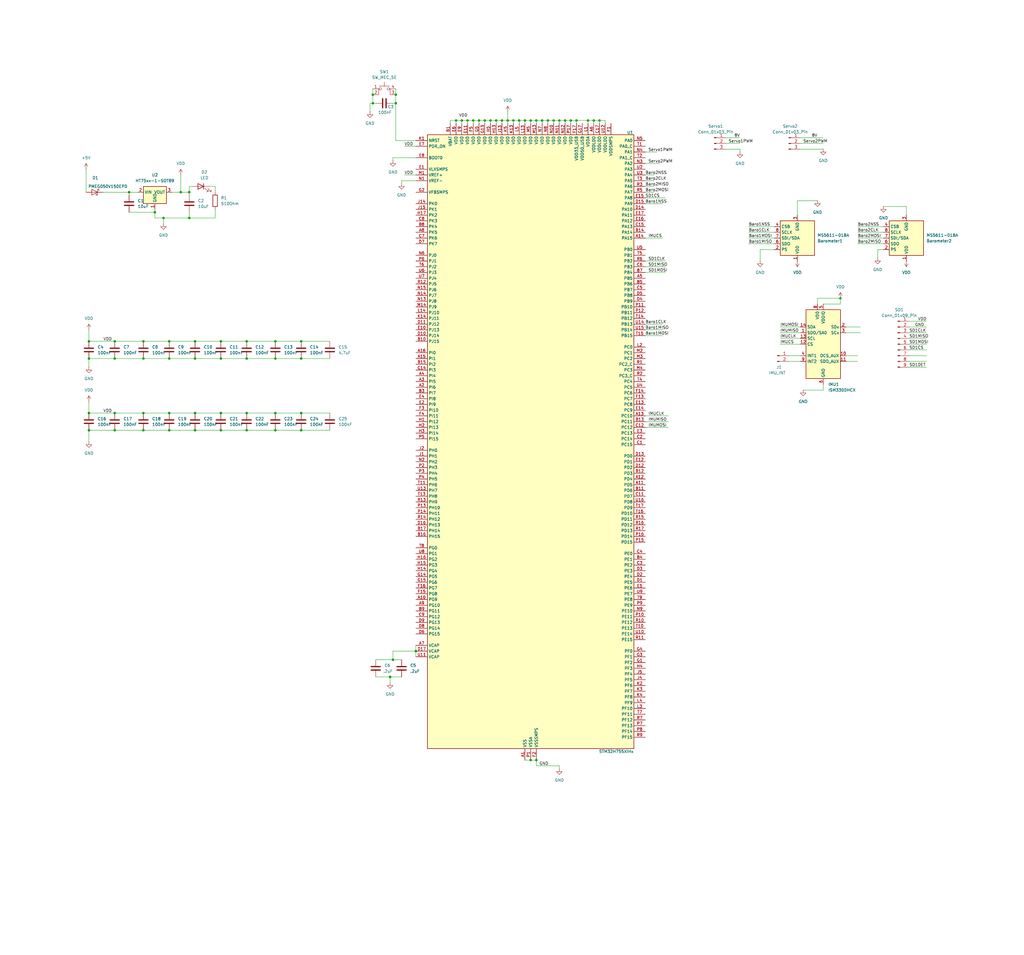
<source format=kicad_sch>
(kicad_sch (version 20231120) (generator "eeschema") (generator_version "8.0")
  (paper "User" 453.39 422.91)
  (lib_symbols
    (symbol "Connector:Conn_01x02_Pin" (pin_names (offset 1.016) hide)
      (property "Reference" "J" (at 0 2.54 0))
      (property "Value" "Conn_01x02_Pin" (at 0 -5.08 0))
      (symbol "Conn_01x02_Pin_1_1"
        (pin passive line (at 5.08 0 180) (length 3.81) (name "Pin_1") (number "1"))
        (pin passive line (at 5.08 -2.54 180) (length 3.81) (name "Pin_2") (number "2"))
      )
    )
    (symbol "Connector:Conn_01x03_Pin" (pin_names (offset 1.016) hide)
      (property "Reference" "J" (at 0 5.08 0))
      (property "Value" "Conn_01x03_Pin" (at 0 -5.08 0))
      (symbol "Conn_01x03_Pin_1_1"
        (pin passive line (at 5.08 2.54 180) (length 3.81) (name "Pin_1") (number "1"))
        (pin passive line (at 5.08 0 180) (length 3.81) (name "Pin_2") (number "2"))
        (pin passive line (at 5.08 -2.54 180) (length 3.81) (name "Pin_3") (number "3"))
      )
    )
    (symbol "Connector:Conn_01x09_Pin" (pin_names (offset 1.016) hide)
      (property "Reference" "J" (at 0 12.7 0))
      (property "Value" "Conn_01x09_Pin" (at 0 -12.7 0))
      (symbol "Conn_01x09_Pin_1_1"
        (pin passive line (at 5.08 10.16 180) (length 3.81) (name "Pin_1") (number "1"))
        (pin passive line (at 5.08 7.62 180) (length 3.81) (name "Pin_2") (number "2"))
        (pin passive line (at 5.08 5.08 180) (length 3.81) (name "Pin_3") (number "3"))
        (pin passive line (at 5.08 2.54 180) (length 3.81) (name "Pin_4") (number "4"))
        (pin passive line (at 5.08 0 180) (length 3.81) (name "Pin_5") (number "5"))
        (pin passive line (at 5.08 -2.54 180) (length 3.81) (name "Pin_6") (number "6"))
        (pin passive line (at 5.08 -5.08 180) (length 3.81) (name "Pin_7") (number "7"))
        (pin passive line (at 5.08 -7.62 180) (length 3.81) (name "Pin_8") (number "8"))
        (pin passive line (at 5.08 -10.16 180) (length 3.81) (name "Pin_9") (number "9"))
      )
    )
    (symbol "Device:C" (pin_numbers hide) (pin_names (offset 0.254))
      (property "Reference" "C" (at 0.635 2.54 0))
      (property "Value" "C" (at 0.635 -2.54 0))
      (symbol "C_1_1"
        (pin passive line (at 0 3.81 270) (length 2.794) (name "~") (number "1"))
        (pin passive line (at 0 -3.81 90) (length 2.794) (name "~") (number "2"))
      )
    )
    (symbol "Device:LED" (pin_numbers hide) (pin_names (offset 1.016) hide)
      (property "Reference" "D" (at 0 2.54 0))
      (property "Value" "LED" (at 0 -2.54 0))
      (symbol "LED_1_1"
        (pin passive line (at -3.81 0 0) (length 2.54) (name "K") (number "1"))
        (pin passive line (at 3.81 0 180) (length 2.54) (name "A") (number "2"))
      )
    )
    (symbol "Device:R" (pin_numbers hide) (pin_names (offset 0))
      (property "Reference" "R" (at 2.032 0 90))
      (property "Value" "R" (at 0 0 90))
      (symbol "R_1_1"
        (pin passive line (at 0 3.81 270) (length 1.27) (name "~") (number "1"))
        (pin passive line (at 0 -3.81 90) (length 1.27) (name "~") (number "2"))
      )
    )
    (symbol "Diode:PMEG050V150EPD" (pin_numbers hide) (pin_names hide)
      (property "Reference" "D" (at 0 2.54 0))
      (property "Value" "PMEG050V150EPD" (at 0 -2.54 0))
      (symbol "PMEG050V150EPD_1_1"
        (pin passive line (at 3.81 0 180) (length 2.54) (name "A") (number "1"))
        (pin passive line (at 3.81 0 180) (length 2.54) hide (name "A") (number "2"))
        (pin passive line (at -3.81 0 0) (length 2.54) (name "K") (number "3"))
      )
    )
    (symbol "MCU_ST_STM32H7:STM32H755XIHx"
      (property "Reference" "U" (at -45.72 138.43 0))
      (property "Value" "STM32H755XIHx" (at 38.1 138.43 0))
      (symbol "STM32H755XIHx_1_1"
        (pin power_in line (at -2.54 -139.7 90) (length 5.08) (name "VSS") (number "A1"))
        (pin bidirectional line (at -50.8 -68.58 0) (length 5.08) (name "PG9") (number "A10"))
        (pin bidirectional line (at 50.8 -17.78 180) (length 5.08) (name "PD5") (number "A11"))
        (pin bidirectional line (at 50.8 -15.24 180) (length 5.08) (name "PD4") (number "A12"))
        (pin bidirectional line (at 50.8 12.7 180) (length 5.08) (name "PC10") (number "A13"))
        (pin bidirectional line (at 50.8 91.44 180) (length 5.08) (name "PA15") (number "A14"))
        (pin bidirectional line (at -50.8 38.1 0) (length 5.08) (name "PI1") (number "A15"))
        (pin bidirectional line (at -50.8 40.64 0) (length 5.08) (name "PI0") (number "A16"))
        (pin passive line (at -2.54 -139.7 90) (length 5.08) hide (name "VSS") (number "A17"))
        (pin bidirectional line (at -50.8 25.4 0) (length 5.08) (name "PI6") (number "A2"))
        (pin bidirectional line (at -50.8 27.94 0) (length 5.08) (name "PI5") (number "A3"))
        (pin bidirectional line (at -50.8 30.48 0) (length 5.08) (name "PI4") (number "A4"))
        (pin bidirectional line (at 50.8 73.66 180) (length 5.08) (name "PB5") (number "A5"))
        (pin power_in line (at 27.94 142.24 270) (length 5.08) (name "VDDLDO") (number "A6"))
        (pin power_out line (at -50.8 -88.9 0) (length 5.08) (name "VCAP") (number "A7"))
        (pin bidirectional line (at -50.8 93.98 0) (length 5.08) (name "PK5") (number "A8"))
        (pin bidirectional line (at -50.8 -71.12 0) (length 5.08) (name "PG10") (number "A9"))
        (pin power_in line (at -35.56 142.24 270) (length 5.08) (name "VBAT") (number "B1"))
        (pin bidirectional line (at -50.8 45.72 0) (length 5.08) (name "PJ15") (number "B10"))
        (pin bidirectional line (at 50.8 -20.32 180) (length 5.08) (name "PD6") (number "B11"))
        (pin bidirectional line (at 50.8 -12.7 180) (length 5.08) (name "PD3") (number "B12"))
        (pin bidirectional line (at 50.8 10.16 180) (length 5.08) (name "PC11") (number "B13"))
        (pin bidirectional line (at 50.8 93.98 180) (length 5.08) (name "PA14") (number "B14"))
        (pin bidirectional line (at -50.8 35.56 0) (length 5.08) (name "PI2") (number "B15"))
        (pin bidirectional line (at -50.8 -40.64 0) (length 5.08) (name "PH15") (number "B16"))
        (pin bidirectional line (at -50.8 -38.1 0) (length 5.08) (name "PH14") (number "B17"))
        (pin passive line (at -2.54 -139.7 90) (length 5.08) hide (name "VSS") (number "B2"))
        (pin bidirectional line (at -50.8 22.86 0) (length 5.08) (name "PI7") (number "B3"))
        (pin bidirectional line (at 50.8 -50.8 180) (length 5.08) (name "PE1") (number "B4"))
        (pin bidirectional line (at 50.8 71.12 180) (length 5.08) (name "PB6") (number "B5"))
        (pin passive line (at -2.54 -139.7 90) (length 5.08) hide (name "VSS") (number "B6"))
        (pin bidirectional line (at 50.8 76.2 180) (length 5.08) (name "PB4") (number "B7"))
        (pin bidirectional line (at -50.8 96.52 0) (length 5.08) (name "PK4") (number "B8"))
        (pin bidirectional line (at -50.8 -73.66 0) (length 5.08) (name "PG11") (number "B9"))
        (pin bidirectional line (at 50.8 0 180) (length 5.08) (name "PC15") (number "C1"))
        (pin passive line (at -2.54 -139.7 90) (length 5.08) hide (name "VSS") (number "C10"))
        (pin bidirectional line (at 50.8 -22.86 180) (length 5.08) (name "PD7") (number "C11"))
        (pin bidirectional line (at 50.8 7.62 180) (length 5.08) (name "PC12") (number "C12"))
        (pin passive line (at -2.54 -139.7 90) (length 5.08) hide (name "VSS") (number "C13"))
        (pin bidirectional line (at -50.8 33.02 0) (length 5.08) (name "PI3") (number "C14"))
        (pin bidirectional line (at 50.8 96.52 180) (length 5.08) (name "PA13") (number "C15"))
        (pin passive line (at -2.54 -139.7 90) (length 5.08) hide (name "VSS") (number "C16"))
        (pin power_in line (at 30.48 142.24 270) (length 5.08) (name "VDDLDO") (number "C17"))
        (pin bidirectional line (at 50.8 2.54 180) (length 5.08) (name "PC14") (number "C2"))
        (pin bidirectional line (at 50.8 -53.34 180) (length 5.08) (name "PE2") (number "C3"))
        (pin bidirectional line (at 50.8 -48.26 180) (length 5.08) (name "PE0") (number "C4"))
        (pin bidirectional line (at 50.8 68.58 180) (length 5.08) (name "PB7") (number "C5"))
        (pin bidirectional line (at 50.8 78.74 180) (length 5.08) (name "PB3") (number "C6"))
        (pin bidirectional line (at -50.8 91.44 0) (length 5.08) (name "PK6") (number "C7"))
        (pin bidirectional line (at -50.8 99.06 0) (length 5.08) (name "PK3") (number "C8"))
        (pin bidirectional line (at -50.8 -76.2 0) (length 5.08) (name "PG12") (number "C9"))
        (pin bidirectional line (at 50.8 -60.96 180) (length 5.08) (name "PE5") (number "D1"))
        (pin bidirectional line (at -50.8 48.26 0) (length 5.08) (name "PJ14") (number "D10"))
        (pin bidirectional line (at -50.8 53.34 0) (length 5.08) (name "PJ12") (number "D11"))
        (pin bidirectional line (at 50.8 -10.16 180) (length 5.08) (name "PD2") (number "D12"))
        (pin bidirectional line (at 50.8 -5.08 180) (length 5.08) (name "PD0") (number "D13"))
        (pin bidirectional line (at 50.8 104.14 180) (length 5.08) (name "PA10") (number "D14"))
        (pin bidirectional line (at 50.8 106.68 180) (length 5.08) (name "PA9") (number "D15"))
        (pin bidirectional line (at -50.8 -35.56 0) (length 5.08) (name "PH13") (number "D16"))
        (pin power_out line (at -50.8 -91.44 0) (length 5.08) (name "VCAP") (number "D17"))
        (pin bidirectional line (at 50.8 -58.42 180) (length 5.08) (name "PE4") (number "D2"))
        (pin bidirectional line (at 50.8 -55.88 180) (length 5.08) (name "PE3") (number "D3"))
        (pin bidirectional line (at 50.8 63.5 180) (length 5.08) (name "PB9") (number "D4"))
        (pin bidirectional line (at 50.8 66.04 180) (length 5.08) (name "PB8") (number "D5"))
        (pin bidirectional line (at -50.8 -83.82 0) (length 5.08) (name "PG15") (number "D6"))
        (pin bidirectional line (at -50.8 88.9 0) (length 5.08) (name "PK7") (number "D7"))
        (pin bidirectional line (at -50.8 -81.28 0) (length 5.08) (name "PG14") (number "D8"))
        (pin bidirectional line (at -50.8 -78.74 0) (length 5.08) (name "PG13") (number "D9"))
        (pin power_in line (at -50.8 121.92 0) (length 5.08) (name "VLXSMPS") (number "E1"))
        (pin bidirectional line (at -50.8 50.8 0) (length 5.08) (name "PJ13") (number "E10"))
        (pin power_in line (at -27.94 142.24 270) (length 5.08) (name "VDD") (number "E11"))
        (pin bidirectional line (at 50.8 -7.62 180) (length 5.08) (name "PD1") (number "E12"))
        (pin bidirectional line (at 50.8 17.78 180) (length 5.08) (name "PC8") (number "E13"))
        (pin bidirectional line (at 50.8 15.24 180) (length 5.08) (name "PC9") (number "E14"))
        (pin bidirectional line (at 50.8 109.22 180) (length 5.08) (name "PA8") (number "E15"))
        (pin bidirectional line (at 50.8 99.06 180) (length 5.08) (name "PA12") (number "E16"))
        (pin bidirectional line (at 50.8 101.6 180) (length 5.08) (name "PA11") (number "E17"))
        (pin bidirectional line (at -50.8 17.78 0) (length 5.08) (name "PI9") (number "E2"))
        (pin bidirectional line (at 50.8 5.08 180) (length 5.08) (name "PC13") (number "E3"))
        (pin bidirectional line (at -50.8 20.32 0) (length 5.08) (name "PI8") (number "E4"))
        (pin bidirectional line (at 50.8 -63.5 180) (length 5.08) (name "PE6") (number "E5"))
        (pin power_in line (at -33.02 142.24 270) (length 5.08) (name "VDD") (number "E6"))
        (pin input line (at -50.8 132.08 0) (length 5.08) (name "PDR_ON") (number "E7"))
        (pin input line (at -50.8 127 0) (length 5.08) (name "BOOT0") (number "E8"))
        (pin power_in line (at -30.48 142.24 270) (length 5.08) (name "VDD") (number "E9"))
        (pin power_in line (at 35.56 142.24 270) (length 5.08) (name "VDDSMPS") (number "F1"))
        (pin bidirectional line (at 50.8 20.32 180) (length 5.08) (name "PC7") (number "F13"))
        (pin bidirectional line (at 50.8 22.86 180) (length 5.08) (name "PC6") (number "F14"))
        (pin bidirectional line (at -50.8 -66.04 0) (length 5.08) (name "PG8") (number "F15"))
        (pin bidirectional line (at -50.8 -63.5 0) (length 5.08) (name "PG7") (number "F16"))
        (pin power_in line (at 20.32 142.24 270) (length 5.08) (name "VDD33_USB") (number "F17"))
        (pin power_in line (at 2.54 -139.7 90) (length 5.08) (name "VSSSMPS") (number "F2"))
        (pin bidirectional line (at -50.8 15.24 0) (length 5.08) (name "PI10") (number "F3"))
        (pin bidirectional line (at -50.8 12.7 0) (length 5.08) (name "PI11") (number "F4"))
        (pin power_in line (at -25.4 142.24 270) (length 5.08) (name "VDD") (number "F5"))
        (pin bidirectional line (at 50.8 -96.52 180) (length 5.08) (name "PF2") (number "G1"))
        (pin passive line (at -2.54 -139.7 90) (length 5.08) hide (name "VSS") (number "G10"))
        (pin passive line (at -2.54 -139.7 90) (length 5.08) hide (name "VSS") (number "G11"))
        (pin power_in line (at -20.32 142.24 270) (length 5.08) (name "VDD") (number "G13"))
        (pin bidirectional line (at -50.8 -58.42 0) (length 5.08) (name "PG5") (number "G14"))
        (pin bidirectional line (at -50.8 -60.96 0) (length 5.08) (name "PG6") (number "G15"))
        (pin passive line (at -2.54 -139.7 90) (length 5.08) hide (name "VSS") (number "G16"))
        (pin power_in line (at 22.86 142.24 270) (length 5.08) (name "VDD50_USB") (number "G17"))
        (pin input line (at -50.8 111.76 0) (length 5.08) (name "VFBSMPS") (number "G2"))
        (pin bidirectional line (at 50.8 -93.98 180) (length 5.08) (name "PF1") (number "G3"))
        (pin bidirectional line (at 50.8 -91.44 180) (length 5.08) (name "PF0") (number "G4"))
        (pin power_in line (at -22.86 142.24 270) (length 5.08) (name "VDD") (number "G5"))
        (pin passive line (at -2.54 -139.7 90) (length 5.08) hide (name "VSS") (number "G7"))
        (pin passive line (at -2.54 -139.7 90) (length 5.08) hide (name "VSS") (number "G8"))
        (pin passive line (at -2.54 -139.7 90) (length 5.08) hide (name "VSS") (number "G9"))
        (pin bidirectional line (at -50.8 10.16 0) (length 5.08) (name "PI12") (number "H1"))
        (pin passive line (at -2.54 -139.7 90) (length 5.08) hide (name "VSS") (number "H10"))
        (pin passive line (at -2.54 -139.7 90) (length 5.08) hide (name "VSS") (number "H11"))
        (pin power_in line (at -15.24 142.24 270) (length 5.08) (name "VDD") (number "H13"))
        (pin bidirectional line (at -50.8 -55.88 0) (length 5.08) (name "PG4") (number "H14"))
        (pin bidirectional line (at -50.8 -53.34 0) (length 5.08) (name "PG3") (number "H15"))
        (pin bidirectional line (at -50.8 -50.8 0) (length 5.08) (name "PG2") (number "H16"))
        (pin bidirectional line (at -50.8 101.6 0) (length 5.08) (name "PK2") (number "H17"))
        (pin bidirectional line (at -50.8 7.62 0) (length 5.08) (name "PI13") (number "H2"))
        (pin bidirectional line (at -50.8 5.08 0) (length 5.08) (name "PI14") (number "H3"))
        (pin bidirectional line (at 50.8 -99.06 180) (length 5.08) (name "PF3") (number "H4"))
        (pin power_in line (at -17.78 142.24 270) (length 5.08) (name "VDD") (number "H5"))
        (pin passive line (at -2.54 -139.7 90) (length 5.08) hide (name "VSS") (number "H7"))
        (pin passive line (at -2.54 -139.7 90) (length 5.08) hide (name "VSS") (number "H8"))
        (pin passive line (at -2.54 -139.7 90) (length 5.08) hide (name "VSS") (number "H9"))
        (pin bidirectional line (at -50.8 -5.08 0) (length 5.08) (name "PH1") (number "J1"))
        (pin passive line (at -2.54 -139.7 90) (length 5.08) hide (name "VSS") (number "J10"))
        (pin passive line (at -2.54 -139.7 90) (length 5.08) hide (name "VSS") (number "J11"))
        (pin power_in line (at -12.7 142.24 270) (length 5.08) (name "VDD") (number "J13"))
        (pin bidirectional line (at -50.8 106.68 0) (length 5.08) (name "PK0") (number "J14"))
        (pin bidirectional line (at -50.8 104.14 0) (length 5.08) (name "PK1") (number "J15"))
        (pin passive line (at -2.54 -139.7 90) (length 5.08) hide (name "VSS") (number "J16"))
        (pin passive line (at -2.54 -139.7 90) (length 5.08) hide (name "VSS") (number "J17"))
        (pin bidirectional line (at -50.8 -2.54 0) (length 5.08) (name "PH0") (number "J2"))
        (pin passive line (at -2.54 -139.7 90) (length 5.08) hide (name "VSS") (number "J3"))
        (pin bidirectional line (at 50.8 -104.14 180) (length 5.08) (name "PF5") (number "J4"))
        (pin bidirectional line (at 50.8 -101.6 180) (length 5.08) (name "PF4") (number "J5"))
        (pin passive line (at -2.54 -139.7 90) (length 5.08) hide (name "VSS") (number "J7"))
        (pin passive line (at -2.54 -139.7 90) (length 5.08) hide (name "VSS") (number "J8"))
        (pin passive line (at -2.54 -139.7 90) (length 5.08) hide (name "VSS") (number "J9"))
        (pin input line (at -50.8 134.62 0) (length 5.08) (name "NRST") (number "K1"))
        (pin passive line (at -2.54 -139.7 90) (length 5.08) hide (name "VSS") (number "K10"))
        (pin passive line (at -2.54 -139.7 90) (length 5.08) hide (name "VSS") (number "K11"))
        (pin power_in line (at -7.62 142.24 270) (length 5.08) (name "VDD") (number "K13"))
        (pin bidirectional line (at -50.8 55.88 0) (length 5.08) (name "PJ11") (number "K14"))
        (pin passive line (at -2.54 -139.7 90) (length 5.08) hide (name "VSS") (number "K15"))
        (pin no_connect line (at -45.72 -134.62 0) (length 5.08) hide (name "NC") (number "K16"))
        (pin no_connect line (at -45.72 -132.08 0) (length 5.08) hide (name "NC") (number "K17"))
        (pin bidirectional line (at 50.8 -106.68 180) (length 5.08) (name "PF6") (number "K2"))
        (pin bidirectional line (at 50.8 -109.22 180) (length 5.08) (name "PF7") (number "K3"))
        (pin bidirectional line (at 50.8 -111.76 180) (length 5.08) (name "PF8") (number "K4"))
        (pin power_in line (at -10.16 142.24 270) (length 5.08) (name "VDD") (number "K5"))
        (pin passive line (at -2.54 -139.7 90) (length 5.08) hide (name "VSS") (number "K7"))
        (pin passive line (at -2.54 -139.7 90) (length 5.08) hide (name "VSS") (number "K8"))
        (pin passive line (at -2.54 -139.7 90) (length 5.08) hide (name "VSS") (number "K9"))
        (pin power_in line (at 25.4 142.24 270) (length 5.08) (name "VDDA") (number "L1"))
        (pin passive line (at -2.54 -139.7 90) (length 5.08) hide (name "VSS") (number "L10"))
        (pin passive line (at -2.54 -139.7 90) (length 5.08) hide (name "VSS") (number "L11"))
        (pin power_in line (at -2.54 142.24 270) (length 5.08) (name "VDD") (number "L13"))
        (pin bidirectional line (at -50.8 58.42 0) (length 5.08) (name "PJ10") (number "L14"))
        (pin passive line (at -2.54 -139.7 90) (length 5.08) hide (name "VSS") (number "L15"))
        (pin no_connect line (at -45.72 -129.54 0) (length 5.08) hide (name "NC") (number "L16"))
        (pin no_connect line (at -45.72 -127 0) (length 5.08) hide (name "NC") (number "L17"))
        (pin bidirectional line (at 50.8 43.18 180) (length 5.08) (name "PC0") (number "L2"))
        (pin bidirectional line (at 50.8 -116.84 180) (length 5.08) (name "PF10") (number "L3"))
        (pin bidirectional line (at 50.8 -114.3 180) (length 5.08) (name "PF9") (number "L4"))
        (pin power_in line (at -5.08 142.24 270) (length 5.08) (name "VDD") (number "L5"))
        (pin passive line (at -2.54 -139.7 90) (length 5.08) hide (name "VSS") (number "L7"))
        (pin passive line (at -2.54 -139.7 90) (length 5.08) hide (name "VSS") (number "L8"))
        (pin passive line (at -2.54 -139.7 90) (length 5.08) hide (name "VSS") (number "L9"))
        (pin input line (at -50.8 119.38 0) (length 5.08) (name "VREF+") (number "M1"))
        (pin power_in line (at 2.54 142.24 270) (length 5.08) (name "VDD") (number "M13"))
        (pin bidirectional line (at -50.8 60.96 0) (length 5.08) (name "PJ9") (number "M14"))
        (pin passive line (at -2.54 -139.7 90) (length 5.08) hide (name "VSS") (number "M15"))
        (pin no_connect line (at -45.72 -124.46 0) (length 5.08) hide (name "NC") (number "M16"))
        (pin no_connect line (at -45.72 -121.92 0) (length 5.08) hide (name "NC") (number "M17"))
        (pin bidirectional line (at 50.8 40.64 180) (length 5.08) (name "PC1") (number "M2"))
        (pin bidirectional line (at 50.8 38.1 180) (length 5.08) (name "PC2") (number "M3"))
        (pin bidirectional line (at 50.8 33.02 180) (length 5.08) (name "PC3") (number "M4"))
        (pin power_in line (at 0 142.24 270) (length 5.08) (name "VDD") (number "M5"))
        (pin input line (at -50.8 116.84 0) (length 5.08) (name "VREF-") (number "N1"))
        (pin power_in line (at 10.16 142.24 270) (length 5.08) (name "VDD") (number "N10"))
        (pin power_in line (at 12.7 142.24 270) (length 5.08) (name "VDD") (number "N11"))
        (pin power_in line (at 15.24 142.24 270) (length 5.08) (name "VDD") (number "N12"))
        (pin bidirectional line (at -50.8 63.5 0) (length 5.08) (name "PJ8") (number "N13"))
        (pin bidirectional line (at -50.8 66.04 0) (length 5.08) (name "PJ7") (number "N14"))
        (pin bidirectional line (at -50.8 68.58 0) (length 5.08) (name "PJ6") (number "N15"))
        (pin passive line (at -2.54 -139.7 90) (length 5.08) hide (name "VSS") (number "N16"))
        (pin no_connect line (at -45.72 -119.38 0) (length 5.08) hide (name "NC") (number "N17"))
        (pin bidirectional line (at -50.8 -7.62 0) (length 5.08) (name "PH2") (number "N2"))
        (pin bidirectional line (at 50.8 124.46 180) (length 5.08) (name "PA2") (number "N3"))
        (pin bidirectional line (at 50.8 129.54 180) (length 5.08) (name "PA1") (number "N4"))
        (pin bidirectional line (at 50.8 134.62 180) (length 5.08) (name "PA0") (number "N5"))
        (pin bidirectional line (at -50.8 83.82 0) (length 5.08) (name "PJ0") (number "N6"))
        (pin power_in line (at 5.08 142.24 270) (length 5.08) (name "VDD") (number "N7"))
        (pin power_in line (at 7.62 142.24 270) (length 5.08) (name "VDD") (number "N8"))
        (pin bidirectional line (at 50.8 -73.66 180) (length 5.08) (name "PE10") (number "N9"))
        (pin power_in line (at 0 -139.7 90) (length 5.08) (name "VSSA") (number "P1"))
        (pin bidirectional line (at 50.8 -76.2 180) (length 5.08) (name "PE11") (number "P10"))
        (pin bidirectional line (at 50.8 60.96 180) (length 5.08) (name "PB10") (number "P11"))
        (pin bidirectional line (at 50.8 58.42 180) (length 5.08) (name "PB11") (number "P12"))
        (pin bidirectional line (at -50.8 -27.94 0) (length 5.08) (name "PH10") (number "P13"))
        (pin bidirectional line (at -50.8 -30.48 0) (length 5.08) (name "PH11") (number "P14"))
        (pin bidirectional line (at 50.8 -43.18 180) (length 5.08) (name "PD15") (number "P15"))
        (pin bidirectional line (at 50.8 -40.64 180) (length 5.08) (name "PD14") (number "P16"))
        (pin power_in line (at 17.78 142.24 270) (length 5.08) (name "VDD") (number "P17"))
        (pin bidirectional line (at -50.8 -10.16 0) (length 5.08) (name "PH3") (number "P2"))
        (pin bidirectional line (at -50.8 -12.7 0) (length 5.08) (name "PH4") (number "P3"))
        (pin bidirectional line (at -50.8 -15.24 0) (length 5.08) (name "PH5") (number "P4"))
        (pin bidirectional line (at -50.8 2.54 0) (length 5.08) (name "PI15") (number "P5"))
        (pin bidirectional line (at -50.8 81.28 0) (length 5.08) (name "PJ1") (number "P6"))
        (pin bidirectional line (at 50.8 -124.46 180) (length 5.08) (name "PF13") (number "P7"))
        (pin bidirectional line (at 50.8 -127 180) (length 5.08) (name "PF14") (number "P8"))
        (pin bidirectional line (at 50.8 -71.12 180) (length 5.08) (name "PE9") (number "P9"))
        (pin bidirectional line (at 50.8 35.56 180) (length 5.08) (name "PC2_C") (number "R1"))
        (pin bidirectional line (at 50.8 -78.74 180) (length 5.08) (name "PE12") (number "R10"))
        (pin bidirectional line (at 50.8 -86.36 180) (length 5.08) (name "PE15") (number "R11"))
        (pin bidirectional line (at -50.8 71.12 0) (length 5.08) (name "PJ5") (number "R12"))
        (pin bidirectional line (at -50.8 -25.4 0) (length 5.08) (name "PH9") (number "R13"))
        (pin bidirectional line (at -50.8 -33.02 0) (length 5.08) (name "PH12") (number "R14"))
        (pin bidirectional line (at 50.8 -33.02 180) (length 5.08) (name "PD11") (number "R15"))
        (pin bidirectional line (at 50.8 -35.56 180) (length 5.08) (name "PD12") (number "R16"))
        (pin bidirectional line (at 50.8 -38.1 180) (length 5.08) (name "PD13") (number "R17"))
        (pin bidirectional line (at 50.8 30.48 180) (length 5.08) (name "PC3_C") (number "R2"))
        (pin bidirectional line (at 50.8 114.3 180) (length 5.08) (name "PA6") (number "R3"))
        (pin passive line (at -2.54 -139.7 90) (length 5.08) hide (name "VSS") (number "R4"))
        (pin bidirectional line (at 50.8 111.76 180) (length 5.08) (name "PA7") (number "R5"))
        (pin bidirectional line (at 50.8 81.28 180) (length 5.08) (name "PB2") (number "R6"))
        (pin bidirectional line (at 50.8 -121.92 180) (length 5.08) (name "PF12") (number "R7"))
        (pin passive line (at -2.54 -139.7 90) (length 5.08) hide (name "VSS") (number "R8"))
        (pin bidirectional line (at 50.8 -129.54 180) (length 5.08) (name "PF15") (number "R9"))
        (pin bidirectional line (at 50.8 132.08 180) (length 5.08) (name "PA0_C") (number "T1"))
        (pin bidirectional line (at 50.8 -81.28 180) (length 5.08) (name "PE13") (number "T10"))
        (pin bidirectional line (at -50.8 -17.78 0) (length 5.08) (name "PH6") (number "T11"))
        (pin passive line (at -2.54 -139.7 90) (length 5.08) hide (name "VSS") (number "T12"))
        (pin bidirectional line (at -50.8 -22.86 0) (length 5.08) (name "PH8") (number "T13"))
        (pin bidirectional line (at 50.8 55.88 180) (length 5.08) (name "PB12") (number "T14"))
        (pin bidirectional line (at 50.8 48.26 180) (length 5.08) (name "PB15") (number "T15"))
        (pin bidirectional line (at 50.8 -30.48 180) (length 5.08) (name "PD10") (number "T16"))
        (pin bidirectional line (at 50.8 -27.94 180) (length 5.08) (name "PD9") (number "T17"))
        (pin bidirectional line (at 50.8 127 180) (length 5.08) (name "PA1_C") (number "T2"))
        (pin bidirectional line (at 50.8 116.84 180) (length 5.08) (name "PA5") (number "T3"))
        (pin bidirectional line (at 50.8 27.94 180) (length 5.08) (name "PC4") (number "T4"))
        (pin bidirectional line (at 50.8 83.82 180) (length 5.08) (name "PB1") (number "T5"))
        (pin bidirectional line (at -50.8 78.74 0) (length 5.08) (name "PJ2") (number "T6"))
        (pin bidirectional line (at 50.8 -119.38 180) (length 5.08) (name "PF11") (number "T7"))
        (pin bidirectional line (at -50.8 -45.72 0) (length 5.08) (name "PG0") (number "T8"))
        (pin bidirectional line (at 50.8 -68.58 180) (length 5.08) (name "PE8") (number "T9"))
        (pin passive line (at -2.54 -139.7 90) (length 5.08) hide (name "VSS") (number "U1"))
        (pin bidirectional line (at 50.8 -83.82 180) (length 5.08) (name "PE14") (number "U10"))
        (pin power_out line (at -50.8 -93.98 0) (length 5.08) (name "VCAP") (number "U11"))
        (pin power_in line (at 33.02 142.24 270) (length 5.08) (name "VDDLDO") (number "U12"))
        (pin bidirectional line (at -50.8 -20.32 0) (length 5.08) (name "PH7") (number "U13"))
        (pin bidirectional line (at 50.8 53.34 180) (length 5.08) (name "PB13") (number "U14"))
        (pin bidirectional line (at 50.8 50.8 180) (length 5.08) (name "PB14") (number "U15"))
        (pin bidirectional line (at 50.8 -25.4 180) (length 5.08) (name "PD8") (number "U16"))
        (pin passive line (at -2.54 -139.7 90) (length 5.08) hide (name "VSS") (number "U17"))
        (pin bidirectional line (at 50.8 121.92 180) (length 5.08) (name "PA3") (number "U2"))
        (pin bidirectional line (at 50.8 119.38 180) (length 5.08) (name "PA4") (number "U3"))
        (pin bidirectional line (at 50.8 25.4 180) (length 5.08) (name "PC5") (number "U4"))
        (pin bidirectional line (at 50.8 86.36 180) (length 5.08) (name "PB0") (number "U5"))
        (pin bidirectional line (at -50.8 76.2 0) (length 5.08) (name "PJ3") (number "U6"))
        (pin bidirectional line (at -50.8 73.66 0) (length 5.08) (name "PJ4") (number "U7"))
        (pin bidirectional line (at -50.8 -48.26 0) (length 5.08) (name "PG1") (number "U8"))
        (pin bidirectional line (at 50.8 -66.04 180) (length 5.08) (name "PE7") (number "U9"))
      )
    )
    (symbol "Regulator_Linear:HT75xx-1-SOT89"
      (property "Reference" "U" (at -5.08 -3.81 0))
      (property "Value" "HT75xx-1-SOT89" (at 0 6.35 0))
      (symbol "HT75xx-1-SOT89_1_1"
        (pin power_in line (at 0 -5.08 90) (length 2.54) (name "GND") (number "1"))
        (pin power_in line (at -7.62 2.54 0) (length 2.54) (name "VIN") (number "2"))
        (pin power_out line (at 7.62 2.54 180) (length 2.54) (name "VOUT") (number "3"))
      )
    )
    (symbol "Sensor_Motion:ISM330DHCX"
      (property "Reference" "U" (at 5.842 -16.51 0))
      (property "Value" "ISM330DHCX" (at 5.842 -18.542 0))
      (symbol "ISM330DHCX_1_1"
        (pin output line (at -10.16 5.08 0) (length 2.54) (name "SDO/SA0") (number "1"))
        (pin passive line (at 10.16 -5.08 180) (length 2.54) (name "OCS_AUX") (number "10"))
        (pin passive line (at 10.16 -7.62 180) (length 2.54) (name "SDO_AUX") (number "11"))
        (pin input line (at -10.16 0 0) (length 2.54) (name "CS") (number "12"))
        (pin input line (at -10.16 2.54 0) (length 2.54) (name "SCL") (number "13"))
        (pin bidirectional line (at -10.16 7.62 0) (length 2.54) (name "SDA") (number "14"))
        (pin bidirectional line (at 10.16 7.62 180) (length 2.54) (name "SDx") (number "2"))
        (pin input line (at 10.16 5.08 180) (length 2.54) (name "SCx") (number "3"))
        (pin output line (at -10.16 -5.08 0) (length 2.54) (name "INT1") (number "4"))
        (pin power_in line (at 0 17.78 270) (length 2.54) (name "VDDIO") (number "5"))
        (pin power_in line (at 0 -17.78 90) (length 2.54) (name "GND") (number "6"))
        (pin passive line (at 0 -17.78 90) (length 2.54) hide (name "GND") (number "7"))
        (pin power_in line (at -2.54 17.78 270) (length 2.54) (name "VDD") (number "8"))
        (pin output line (at -10.16 -7.62 0) (length 2.54) (name "INT2") (number "9"))
      )
    )
    (symbol "Sensor_Pressure:MS5611-01BA"
      (property "Reference" "U" (at -6.35 8.89 0))
      (property "Value" "MS5611-01BA" (at 7.62 8.89 0))
      (symbol "MS5611-01BA_1_1"
        (pin power_in line (at 0 10.16 270) (length 2.54) (name "VDD") (number "1"))
        (pin input line (at -10.16 5.08 0) (length 2.54) (name "PS") (number "2"))
        (pin power_in line (at 0 -10.16 90) (length 2.54) (name "GND") (number "3"))
        (pin input line (at -10.16 -5.08 0) (length 2.54) (name "CSB") (number "4"))
        (pin input line (at -10.16 -5.08 0) (length 2.54) hide (name "CSB") (number "5"))
        (pin output line (at -10.16 2.54 0) (length 2.54) (name "SDO") (number "6"))
        (pin bidirectional line (at -10.16 0 0) (length 2.54) (name "SDI/SDA") (number "7"))
        (pin input line (at -10.16 -2.54 0) (length 2.54) (name "SCLK") (number "8"))
      )
    )
    (symbol "Switch:SW_MEC_5E" (pin_names (offset 1.016) hide)
      (property "Reference" "SW" (at 0.635 5.715 0))
      (property "Value" "SW_MEC_5E" (at 0 -3.175 0))
      (symbol "SW_MEC_5E_0_1"
        (pin passive line (at -5.08 2.54 0) (length 2.54) (name "1") (number "1"))
        (pin passive line (at -5.08 0 0) (length 2.54) (name "2") (number "2"))
        (pin passive line (at 5.08 0 180) (length 2.54) (name "K") (number "3"))
        (pin passive line (at 5.08 2.54 180) (length 2.54) (name "A") (number "4"))
      )
    )
    (symbol "power:+3.3V" (power) (pin_numbers hide) (pin_names (offset 0) hide)
      (property "Value" "+3.3V" (at 0 3.556 0))
      (symbol "+3.3V_1_1"
        (pin power_in line (at 0 0 90) (length 0) (name "~") (number "1"))
      )
    )
    (symbol "power:+5V" (power) (pin_numbers hide) (pin_names (offset 0) hide)
      (property "Value" "+5V" (at 0 3.556 0))
      (symbol "+5V_1_1"
        (pin power_in line (at 0 0 90) (length 0) (name "~") (number "1"))
      )
    )
    (symbol "power:GND" (power) (pin_numbers hide) (pin_names (offset 0) hide)
      (property "Value" "GND" (at 0 -3.81 0))
      (symbol "GND_1_1"
        (pin power_in line (at 0 0 270) (length 0) (name "~") (number "1"))
      )
    )
    (symbol "power:VCC" (power) (pin_numbers hide) (pin_names (offset 0) hide)
      (property "Value" "VCC" (at 0 3.556 0))
      (symbol "VCC_1_1"
        (pin power_in line (at 0 0 90) (length 0) (name "~") (number "1"))
      )
    )
  )
  (junction (at 63.5 182.88))
  (junction (at 227.33 53.34))
  (junction (at 234.95 53.34))
  (junction (at 201.93 53.34))
  (junction (at 247.65 53.34))
  (junction (at 165.1 45.72))
  (junction (at 86.36 190.5))
  (junction (at 121.92 151.13))
  (junction (at 250.19 53.34))
  (junction (at 237.49 336.55))
  (junction (at 50.8 182.88))
  (junction (at 121.92 182.88))
  (junction (at 97.79 158.75))
  (junction (at 209.55 53.34))
  (junction (at 212.09 53.34))
  (junction (at 86.36 182.88))
  (junction (at 173.99 292.1))
  (junction (at 74.93 151.13))
  (junction (at 83.82 85.09))
  (junction (at 245.11 53.34))
  (junction (at 240.03 53.34))
  (junction (at 97.79 151.13))
  (junction (at 39.37 158.75))
  (junction (at 237.49 53.34))
  (junction (at 63.5 151.13))
  (junction (at 184.15 288.29))
  (junction (at 133.35 182.88))
  (junction (at 39.37 182.88))
  (junction (at 260.35 53.34))
  (junction (at 175.26 45.72))
  (junction (at 204.47 53.34))
  (junction (at 262.89 53.34))
  (junction (at 165.1 41.91))
  (junction (at 97.79 190.5))
  (junction (at 133.35 158.75))
  (junction (at 242.57 53.34))
  (junction (at 252.73 53.34))
  (junction (at 72.39 96.52))
  (junction (at 214.63 53.34))
  (junction (at 63.5 158.75))
  (junction (at 50.8 190.5))
  (junction (at 207.01 53.34))
  (junction (at 121.92 158.75))
  (junction (at 109.22 182.88))
  (junction (at 74.93 158.75))
  (junction (at 97.79 182.88))
  (junction (at 86.36 151.13))
  (junction (at 175.26 41.91))
  (junction (at 109.22 158.75))
  (junction (at 234.95 336.55))
  (junction (at 219.71 53.34))
  (junction (at 39.37 151.13))
  (junction (at 372.11 132.08))
  (junction (at 172.72 299.72))
  (junction (at 83.82 96.52))
  (junction (at 224.79 53.34))
  (junction (at 217.17 53.34))
  (junction (at 74.93 190.5))
  (junction (at 68.58 93.98))
  (junction (at 63.5 190.5))
  (junction (at 57.15 85.09))
  (junction (at 222.25 53.34))
  (junction (at 265.43 53.34))
  (junction (at 229.87 53.34))
  (junction (at 50.8 151.13))
  (junction (at 232.41 53.34))
  (junction (at 121.92 190.5))
  (junction (at 86.36 158.75))
  (junction (at 80.01 85.09))
  (junction (at 255.27 53.34))
  (junction (at 109.22 190.5))
  (junction (at 109.22 151.13))
  (junction (at 74.93 182.88))
  (junction (at 50.8 158.75))
  (junction (at 39.37 190.5))
  (junction (at 133.35 151.13))
  (junction (at 133.35 190.5))
  (wire (pts (xy 38.1 74.93) (xy 38.1 85.09)))
  (wire (pts (xy 83.82 93.98) (xy 83.82 96.52)))
  (wire (pts (xy 86.36 151.13) (xy 97.79 151.13)))
  (wire (pts (xy 97.79 190.5) (xy 109.22 190.5)))
  (wire (pts (xy 402.59 160.02) (xy 410.21 160.02)))
  (wire (pts (xy 245.11 53.34) (xy 242.57 53.34)))
  (wire (pts (xy 219.71 53.34) (xy 219.71 54.61)))
  (wire (pts (xy 372.11 132.08) (xy 372.11 134.62)))
  (wire (pts (xy 331.47 102.87) (xy 342.9 102.87)))
  (wire (pts (xy 80.01 85.09) (xy 76.2 85.09)))
  (wire (pts (xy 217.17 53.34) (xy 219.71 53.34)))
  (wire (pts (xy 402.59 147.32) (xy 410.21 147.32)))
  (wire (pts (xy 353.06 95.25) (xy 353.06 88.9)))
  (wire (pts (xy 247.65 53.34) (xy 247.65 54.61)))
  (wire (pts (xy 402.59 149.86) (xy 410.21 149.86)))
  (wire (pts (xy 173.99 69.85) (xy 173.99 71.12)))
  (wire (pts (xy 212.09 53.34) (xy 209.55 53.34)))
  (wire (pts (xy 133.35 158.75) (xy 146.05 158.75)))
  (wire (pts (xy 204.47 53.34) (xy 204.47 54.61)))
  (wire (pts (xy 240.03 53.34) (xy 240.03 54.61)))
  (wire (pts (xy 74.93 151.13) (xy 86.36 151.13)))
  (wire (pts (xy 260.35 53.34) (xy 255.27 53.34)))
  (wire (pts (xy 285.75 120.65) (xy 294.64 120.65)))
  (wire (pts (xy 353.06 88.9) (xy 361.95 88.9)))
  (wire (pts (xy 175.26 62.23) (xy 184.15 62.23)))
  (wire (pts (xy 252.73 53.34) (xy 252.73 54.61)))
  (wire (pts (xy 163.83 49.53) (xy 163.83 45.72)))
  (wire (pts (xy 267.97 54.61) (xy 267.97 53.34)))
  (wire (pts (xy 364.49 172.72) (xy 355.6 172.72)))
  (wire (pts (xy 285.75 186.69) (xy 295.91 186.69)))
  (wire (pts (xy 262.89 53.34) (xy 265.43 53.34)))
  (wire (pts (xy 285.75 87.63) (xy 294.64 87.63)))
  (wire (pts (xy 175.26 39.37) (xy 175.26 41.91)))
  (wire (pts (xy 97.79 158.75) (xy 109.22 158.75)))
  (wire (pts (xy 121.92 151.13) (xy 133.35 151.13)))
  (wire (pts (xy 237.49 53.34) (xy 240.03 53.34)))
  (wire (pts (xy 247.65 339.09) (xy 237.49 339.09)))
  (wire (pts (xy 285.75 143.51) (xy 293.37 143.51)))
  (wire (pts (xy 401.32 95.25) (xy 401.32 91.44)))
  (wire (pts (xy 250.19 53.34) (xy 247.65 53.34)))
  (wire (pts (xy 86.36 190.5) (xy 97.79 190.5)))
  (wire (pts (xy 83.82 85.09) (xy 80.01 85.09)))
  (wire (pts (xy 234.95 53.34) (xy 237.49 53.34)))
  (wire (pts (xy 121.92 190.5) (xy 133.35 190.5)))
  (wire (pts (xy 402.59 142.24) (xy 410.21 142.24)))
  (wire (pts (xy 402.59 154.94) (xy 410.21 154.94)))
  (wire (pts (xy 217.17 53.34) (xy 217.17 54.61)))
  (wire (pts (xy 374.65 144.78) (xy 381 144.78)))
  (wire (pts (xy 402.59 162.56) (xy 410.21 162.56)))
  (wire (pts (xy 250.19 53.34) (xy 250.19 54.61)))
  (wire (pts (xy 354.33 66.04) (xy 364.49 66.04)))
  (wire (pts (xy 285.75 118.11) (xy 294.64 118.11)))
  (wire (pts (xy 229.87 53.34) (xy 229.87 54.61)))
  (wire (pts (xy 349.25 160.02) (xy 354.33 160.02)))
  (wire (pts (xy 175.26 41.91) (xy 175.26 45.72)))
  (wire (pts (xy 173.99 288.29) (xy 173.99 292.1)))
  (wire (pts (xy 109.22 190.5) (xy 121.92 190.5)))
  (wire (pts (xy 232.41 336.55) (xy 234.95 336.55)))
  (wire (pts (xy 227.33 53.34) (xy 229.87 53.34)))
  (wire (pts (xy 345.44 144.78) (xy 354.33 144.78)))
  (wire (pts (xy 285.75 146.05) (xy 293.37 146.05)))
  (wire (pts (xy 285.75 189.23) (xy 295.91 189.23)))
  (wire (pts (xy 232.41 53.34) (xy 232.41 54.61)))
  (wire (pts (xy 133.35 151.13) (xy 146.05 151.13)))
  (wire (pts (xy 184.15 288.29) (xy 173.99 288.29)))
  (wire (pts (xy 321.31 63.5) (xy 327.66 63.5)))
  (wire (pts (xy 63.5 158.75) (xy 74.93 158.75)))
  (wire (pts (xy 237.49 53.34) (xy 237.49 54.61)))
  (wire (pts (xy 39.37 151.13) (xy 50.8 151.13)))
  (wire (pts (xy 179.07 77.47) (xy 184.15 77.47)))
  (wire (pts (xy 97.79 182.88) (xy 109.22 182.88)))
  (wire (pts (xy 262.89 54.61) (xy 262.89 53.34)))
  (wire (pts (xy 95.25 82.55) (xy 95.25 85.09)))
  (wire (pts (xy 74.93 190.5) (xy 86.36 190.5)))
  (wire (pts (xy 57.15 85.09) (xy 57.15 86.36)))
  (wire (pts (xy 222.25 53.34) (xy 224.79 53.34)))
  (wire (pts (xy 285.75 115.57) (xy 294.64 115.57)))
  (wire (pts (xy 50.8 158.75) (xy 63.5 158.75)))
  (wire (pts (xy 63.5 190.5) (xy 74.93 190.5)))
  (wire (pts (xy 379.73 107.95) (xy 391.16 107.95)))
  (wire (pts (xy 74.93 182.88) (xy 86.36 182.88)))
  (wire (pts (xy 349.25 157.48) (xy 354.33 157.48)))
  (wire (pts (xy 50.8 151.13) (xy 63.5 151.13)))
  (wire (pts (xy 327.66 67.31) (xy 327.66 66.04)))
  (wire (pts (xy 267.97 53.34) (xy 265.43 53.34)))
  (wire (pts (xy 83.82 86.36) (xy 83.82 85.09)))
  (wire (pts (xy 201.93 53.34) (xy 199.39 53.34)))
  (wire (pts (xy 184.15 285.75) (xy 184.15 288.29)))
  (wire (pts (xy 285.75 85.09) (xy 289.56 85.09)))
  (wire (pts (xy 364.49 134.62) (xy 372.11 134.62)))
  (wire (pts (xy 201.93 53.34) (xy 201.93 54.61)))
  (wire (pts (xy 219.71 53.34) (xy 222.25 53.34)))
  (wire (pts (xy 68.58 93.98) (xy 68.58 96.52)))
  (wire (pts (xy 234.95 53.34) (xy 234.95 54.61)))
  (wire (pts (xy 39.37 158.75) (xy 50.8 158.75)))
  (wire (pts (xy 285.75 80.01) (xy 289.56 80.01)))
  (wire (pts (xy 245.11 53.34) (xy 245.11 54.61)))
  (wire (pts (xy 345.44 152.4) (xy 354.33 152.4)))
  (wire (pts (xy 68.58 93.98) (xy 57.15 93.98)))
  (wire (pts (xy 285.75 90.17) (xy 293.37 90.17)))
  (wire (pts (xy 109.22 182.88) (xy 121.92 182.88)))
  (wire (pts (xy 237.49 339.09) (xy 237.49 336.55)))
  (wire (pts (xy 72.39 96.52) (xy 68.58 96.52)))
  (wire (pts (xy 39.37 158.75) (xy 39.37 162.56)))
  (wire (pts (xy 68.58 92.71) (xy 68.58 93.98)))
  (wire (pts (xy 166.37 45.72) (xy 165.1 45.72)))
  (wire (pts (xy 262.89 53.34) (xy 260.35 53.34)))
  (wire (pts (xy 361.95 132.08) (xy 372.11 132.08)))
  (wire (pts (xy 255.27 53.34) (xy 255.27 54.61)))
  (wire (pts (xy 265.43 54.61) (xy 265.43 53.34)))
  (wire (pts (xy 172.72 299.72) (xy 172.72 302.26)))
  (wire (pts (xy 165.1 39.37) (xy 165.1 41.91)))
  (wire (pts (xy 361.95 134.62) (xy 361.95 132.08)))
  (wire (pts (xy 39.37 190.5) (xy 39.37 195.58)))
  (wire (pts (xy 204.47 53.34) (xy 207.01 53.34)))
  (wire (pts (xy 214.63 53.34) (xy 212.09 53.34)))
  (wire (pts (xy 83.82 82.55) (xy 83.82 85.09)))
  (wire (pts (xy 402.59 157.48) (xy 410.21 157.48)))
  (wire (pts (xy 345.44 149.86) (xy 354.33 149.86)))
  (wire (pts (xy 285.75 105.41) (xy 293.37 105.41)))
  (wire (pts (xy 227.33 53.34) (xy 227.33 54.61)))
  (wire (pts (xy 179.07 64.77) (xy 184.15 64.77)))
  (wire (pts (xy 97.79 151.13) (xy 109.22 151.13)))
  (wire (pts (xy 285.75 148.59) (xy 293.37 148.59)))
  (wire (pts (xy 85.09 82.55) (xy 83.82 82.55)))
  (wire (pts (xy 184.15 80.01) (xy 177.8 80.01)))
  (wire (pts (xy 121.92 182.88) (xy 133.35 182.88)))
  (wire (pts (xy 175.26 45.72) (xy 173.99 45.72)))
  (wire (pts (xy 50.8 182.88) (xy 63.5 182.88)))
  (wire (pts (xy 379.73 105.41) (xy 391.16 105.41)))
  (wire (pts (xy 388.62 114.3) (xy 388.62 110.49)))
  (wire (pts (xy 86.36 182.88) (xy 97.79 182.88)))
  (wire (pts (xy 63.5 182.88) (xy 74.93 182.88)))
  (wire (pts (xy 331.47 105.41) (xy 342.9 105.41)))
  (wire (pts (xy 285.75 82.55) (xy 289.56 82.55)))
  (wire (pts (xy 45.72 85.09) (xy 57.15 85.09)))
  (wire (pts (xy 95.25 92.71) (xy 95.25 96.52)))
  (wire (pts (xy 121.92 158.75) (xy 133.35 158.75)))
  (wire (pts (xy 374.65 157.48) (xy 379.73 157.48)))
  (wire (pts (xy 229.87 53.34) (xy 232.41 53.34)))
  (wire (pts (xy 321.31 60.96) (xy 327.66 60.96)))
  (wire (pts (xy 214.63 53.34) (xy 217.17 53.34)))
  (wire (pts (xy 331.47 100.33) (xy 342.9 100.33)))
  (wire (pts (xy 260.35 54.61) (xy 260.35 53.34)))
  (wire (pts (xy 109.22 158.75) (xy 121.92 158.75)))
  (wire (pts (xy 83.82 96.52) (xy 72.39 96.52)))
  (wire (pts (xy 39.37 146.05) (xy 39.37 151.13)))
  (wire (pts (xy 285.75 184.15) (xy 295.91 184.15)))
  (wire (pts (xy 379.73 102.87) (xy 391.16 102.87)))
  (wire (pts (xy 163.83 45.72) (xy 165.1 45.72)))
  (wire (pts (xy 402.59 152.4) (xy 410.21 152.4)))
  (wire (pts (xy 402.59 144.78) (xy 410.21 144.78)))
  (wire (pts (xy 199.39 53.34) (xy 199.39 54.61)))
  (wire (pts (xy 379.73 100.33) (xy 391.16 100.33)))
  (wire (pts (xy 109.22 151.13) (xy 121.92 151.13)))
  (wire (pts (xy 166.37 292.1) (xy 173.99 292.1)))
  (wire (pts (xy 80.01 77.47) (xy 80.01 85.09)))
  (wire (pts (xy 222.25 53.34) (xy 222.25 54.61)))
  (wire (pts (xy 401.32 91.44) (xy 391.16 91.44)))
  (wire (pts (xy 374.65 147.32) (xy 381 147.32)))
  (wire (pts (xy 184.15 288.29) (xy 184.15 290.83)))
  (wire (pts (xy 242.57 53.34) (xy 240.03 53.34)))
  (wire (pts (xy 133.35 182.88) (xy 146.05 182.88)))
  (wire (pts (xy 173.99 292.1) (xy 177.8 292.1)))
  (wire (pts (xy 321.31 66.04) (xy 327.66 66.04)))
  (wire (pts (xy 364.49 170.18) (xy 364.49 172.72)))
  (wire (pts (xy 354.33 60.96) (xy 364.49 60.96)))
  (wire (pts (xy 234.95 336.55) (xy 237.49 336.55)))
  (wire (pts (xy 285.75 77.47) (xy 289.56 77.47)))
  (wire (pts (xy 247.65 339.09) (xy 247.65 340.36)))
  (wire (pts (xy 212.09 53.34) (xy 212.09 54.61)))
  (wire (pts (xy 175.26 45.72) (xy 175.26 62.23)))
  (wire (pts (xy 232.41 53.34) (xy 234.95 53.34)))
  (wire (pts (xy 172.72 299.72) (xy 177.8 299.72)))
  (wire (pts (xy 39.37 177.8) (xy 39.37 182.88)))
  (wire (pts (xy 345.44 147.32) (xy 354.33 147.32)))
  (wire (pts (xy 224.79 53.34) (xy 227.33 53.34)))
  (wire (pts (xy 252.73 53.34) (xy 250.19 53.34)))
  (wire (pts (xy 165.1 41.91) (xy 165.1 45.72)))
  (wire (pts (xy 285.75 67.31) (xy 290.83 67.31)))
  (wire (pts (xy 177.8 80.01) (xy 177.8 81.28)))
  (wire (pts (xy 214.63 53.34) (xy 214.63 54.61)))
  (wire (pts (xy 92.71 82.55) (xy 95.25 82.55)))
  (wire (pts (xy 204.47 53.34) (xy 201.93 53.34)))
  (wire (pts (xy 184.15 69.85) (xy 173.99 69.85)))
  (wire (pts (xy 50.8 190.5) (xy 63.5 190.5)))
  (wire (pts (xy 74.93 158.75) (xy 86.36 158.75)))
  (wire (pts (xy 224.79 49.53) (xy 224.79 53.34)))
  (wire (pts (xy 39.37 182.88) (xy 50.8 182.88)))
  (wire (pts (xy 39.37 190.5) (xy 50.8 190.5)))
  (wire (pts (xy 95.25 96.52) (xy 83.82 96.52)))
  (wire (pts (xy 354.33 63.5) (xy 364.49 63.5)))
  (wire (pts (xy 342.9 110.49) (xy 336.55 110.49)))
  (wire (pts (xy 63.5 151.13) (xy 74.93 151.13)))
  (wire (pts (xy 245.11 53.34) (xy 247.65 53.34)))
  (wire (pts (xy 255.27 53.34) (xy 252.73 53.34)))
  (wire (pts (xy 209.55 53.34) (xy 209.55 54.61)))
  (wire (pts (xy 60.96 85.09) (xy 57.15 85.09)))
  (wire (pts (xy 133.35 190.5) (xy 146.05 190.5)))
  (wire (pts (xy 72.39 99.06) (xy 72.39 96.52)))
  (wire (pts (xy 331.47 107.95) (xy 342.9 107.95)))
  (wire (pts (xy 285.75 72.39) (xy 292.1 72.39)))
  (wire (pts (xy 86.36 158.75) (xy 97.79 158.75)))
  (wire (pts (xy 374.65 160.02) (xy 379.73 160.02)))
  (wire (pts (xy 336.55 110.49) (xy 336.55 115.57)))
  (wire (pts (xy 388.62 110.49) (xy 391.16 110.49)))
  (wire (pts (xy 207.01 53.34) (xy 209.55 53.34)))
  (wire (pts (xy 207.01 53.34) (xy 207.01 54.61)))
  (wire (pts (xy 224.79 53.34) (xy 224.79 54.61)))
  (wire (pts (xy 242.57 53.34) (xy 242.57 54.61)))
  (wire (pts (xy 166.37 299.72) (xy 172.72 299.72)))
  (label "IMUCS" (at 287.02 105.41 0))
  (label "Servo1PWM" (at 322.58 63.5 0))
  (label "IMUMOSI" (at 345.44 144.78 0))
  (label "Baro1NSS" (at 331.47 100.33 0))
  (label "SD1CS" (at 402.59 154.94 0))
  (label "VDD" (at 45.72 151.13 0))
  (label "VDD" (at 406.4 142.24 0))
  (label "IMUMISO" (at 345.44 147.32 0))
  (label "Baro2MISO" (at 379.73 107.95 0))
  (label "Baro1MOSI" (at 331.47 105.41 0))
  (label "Servo2PWM" (at 287.02 72.39 0))
  (label "SD1MOSI" (at 287.02 120.65 0))
  (label "Baro2NSS" (at 285.75 77.47 0))
  (label "IMUMISO" (at 287.02 186.69 0))
  (label "Baro2CLK" (at 379.73 102.87 0))
  (label "8V" (at 359.41 60.96 0))
  (label "IMUCS" (at 345.44 152.4 0))
  (label "Baro2MOSI" (at 285.75 85.09 0))
  (label "IMUMOSI" (at 287.02 189.23 0))
  (label "VDD" (at 179.07 64.77 0))
  (label "Servo1PWM" (at 287.02 67.31 0))
  (label "SD1CLK" (at 287.02 115.57 0))
  (label "8V" (at 325.12 60.96 0))
  (label "IMUCLK" (at 345.44 149.86 0))
  (label "Baro1MISO" (at 285.75 146.05 0))
  (label "Baro2MOSI" (at 379.73 105.41 0))
  (label "VDD" (at 45.72 182.88 0))
  (label "Baro1MOSI" (at 285.75 148.59 0))
  (label "GND" (at 238.76 339.09 0))
  (label "Servo2PWM" (at 355.6 63.5 0))
  (label "VDD" (at 203.2 52.07 0))
  (label "SD1CS" (at 285.75 87.63 0))
  (label "IMUCLK" (at 287.02 184.15 0))
  (label "Baro1NSS" (at 285.75 90.17 0))
  (label "Baro2NSS" (at 379.73 100.33 0))
  (label "Baro2MISO" (at 285.75 82.55 0))
  (label "Baro1CLK" (at 285.75 143.51 0))
  (label "SD1CLK" (at 402.59 147.32 0))
  (label "SD1MISO" (at 287.02 118.11 0))
  (label "Baro1CLK" (at 331.47 102.87 0))
  (label "Baro1MISO" (at 331.47 107.95 0))
  (label "VDD" (at 179.07 77.47 0))
  (label "Baro2CLK" (at 285.75 80.01 0))
  (label "SD1MISO" (at 402.59 149.86 0))
  (label "GND" (at 405.13 144.78 0))
  (label "SD1DET" (at 402.59 162.56 0))
  (label "SD1MOSI" (at 402.59 152.4 0))
  (symbol (lib_id "power:VCC") (at 39.37 146.05 0) (unit 1)
    (property "Reference" "#PWR017" (effects (hide yes)))
    (property "Value" "VDD" (at 39.37 140.97 0))
    (property "Description" "Power symbol creates a global label with name \"VCC\"" (effects (hide yes)))
  )
  (symbol (lib_id "Sensor_Motion:ISM330DHCX") (at 364.49 152.4 0) (unit 1)
    (property "Reference" "IMU1" (at 366.6841 170.18 0) (effects (justify left)))
    (property "Value" "ISM330DHCX" (at 366.6841 172.72 0) (effects (justify left)))
    (property "Footprint" "Package_LGA:LGA-14_3x2.5mm_P0.5mm_LayoutBorder3x4y" (effects (hide yes)))
    (property "Datasheet" "https://www.st.com/resource/en/datasheet/ism330dhcx.pdf" (effects (hide yes)))
    (property "Description" "iNEMO inertial module with embedded Machine Learning Core: always-on 3D accelerometer and 3D gyroscope with digital output for industrial applications, LGA-14" (effects (hide yes)))
  )
  (symbol (lib_id "Device:C") (at 86.36 154.94 0) (unit 1)
    (property "Reference" "C10" (at 90.17 153.6699 0) (effects (justify left)))
    (property "Value" "100nF" (at 90.17 156.2099 0) (effects (justify left)))
    (property "Footprint" "Capacitor_SMD:C_0402_1005Metric" (effects (hide yes)))
    (property "Description" "Unpolarized capacitor" (effects (hide yes)))
  )
  (symbol (lib_id "Regulator_Linear:HT75xx-1-SOT89") (at 68.58 87.63 0) (unit 1)
    (property "Reference" "U2" (at 68.58 77.47 0))
    (property "Value" "HT75xx-1-SOT89" (at 68.58 80.01 0))
    (property "Footprint" "Package_TO_SOT_SMD:SOT-89-3" (effects (hide yes)))
    (property "Datasheet" "https://www.holtek.com/documents/10179/116711/HT75xx-1v250.pdf" (effects (hide yes)))
    (property "Description" "100mA Low Dropout Voltage Regulator, Fixed Output, SOT89" (effects (hide yes)))
  )
  (symbol (lib_id "Device:C") (at 57.15 90.17 0) (unit 1)
    (property "Reference" "C1" (at 60.96 88.8999 0) (effects (justify left)))
    (property "Value" "10uF" (at 60.96 91.4399 0) (effects (justify left)))
    (property "Footprint" "Capacitor_SMD:C_0201_0603Metric_Pad0.64x0.40mm_HandSolder" (effects (hide yes)))
    (property "Description" "Unpolarized capacitor" (effects (hide yes)))
  )
  (symbol (lib_id "power:GND") (at 39.37 162.56 0) (unit 1)
    (property "Reference" "#PWR016" (effects (hide yes)))
    (property "Value" "GND" (at 39.37 167.64 0))
    (property "Description" "Power symbol creates a global label with name \"GND\" , ground" (effects (hide yes)))
  )
  (symbol (lib_id "Device:C") (at 50.8 154.94 0) (unit 1)
    (property "Reference" "C7" (at 54.61 153.6699 0) (effects (justify left)))
    (property "Value" "100nF" (at 54.61 156.2099 0) (effects (justify left)))
    (property "Footprint" "Capacitor_SMD:C_0402_1005Metric" (effects (hide yes)))
    (property "Description" "Unpolarized capacitor" (effects (hide yes)))
  )
  (symbol (lib_id "power:GND") (at 355.6 172.72 0) (unit 1)
    (property "Reference" "#PWR022" (effects (hide yes)))
    (property "Value" "GND" (at 355.6 177.8 0))
    (property "Description" "Power symbol creates a global label with name \"GND\" , ground" (effects (hide yes)))
  )
  (symbol (lib_id "Device:C") (at 74.93 154.94 0) (unit 1)
    (property "Reference" "C9" (at 78.74 153.6699 0) (effects (justify left)))
    (property "Value" "100nF" (at 78.74 156.2099 0) (effects (justify left)))
    (property "Footprint" "Capacitor_SMD:C_0402_1005Metric" (effects (hide yes)))
    (property "Description" "Unpolarized capacitor" (effects (hide yes)))
  )
  (symbol (lib_id "power:GND") (at 72.39 99.06 0) (unit 1)
    (property "Reference" "#PWR06" (effects (hide yes)))
    (property "Value" "GND" (at 72.39 104.14 0))
    (property "Description" "Power symbol creates a global label with name \"GND\" , ground" (effects (hide yes)))
  )
  (symbol (lib_id "Device:C") (at 170.18 45.72 270) (unit 1)
    (property "Reference" "C3" (at 172.974 47.244 90))
    (property "Value" "100nF" (at 170.434 49.784 90))
    (property "Footprint" "Capacitor_SMD:C_0402_1005Metric" (effects (hide yes)))
    (property "Description" "Unpolarized capacitor" (effects (hide yes)))
  )
  (symbol (lib_id "Device:C") (at 146.05 154.94 0) (unit 1)
    (property "Reference" "C15" (at 149.86 153.6699 0) (effects (justify left)))
    (property "Value" "4.7uF" (at 149.86 156.2099 0) (effects (justify left)))
    (property "Footprint" "Capacitor_SMD:C_0402_1005Metric" (effects (hide yes)))
    (property "Description" "Unpolarized capacitor" (effects (hide yes)))
  )
  (symbol (lib_id "power:GND") (at 163.83 49.53 0) (unit 1)
    (property "Reference" "#PWR014" (effects (hide yes)))
    (property "Value" "GND" (at 163.83 54.61 0))
    (property "Description" "Power symbol creates a global label with name \"GND\" , ground" (effects (hide yes)))
  )
  (symbol (lib_id "Device:C") (at 146.05 186.69 0) (unit 1)
    (property "Reference" "C25" (at 149.86 185.4199 0) (effects (justify left)))
    (property "Value" "100nF" (at 149.86 187.9599 0) (effects (justify left)))
    (property "Footprint" "Capacitor_SMD:C_0402_1005Metric" (effects (hide yes)))
    (property "Description" "Unpolarized capacitor" (effects (hide yes)))
  )
  (symbol (lib_id "Device:C") (at 109.22 186.69 0) (unit 1)
    (property "Reference" "C22" (at 113.03 185.4199 0) (effects (justify left)))
    (property "Value" "100nF" (at 113.03 187.9599 0) (effects (justify left)))
    (property "Footprint" "Capacitor_SMD:C_0402_1005Metric" (effects (hide yes)))
    (property "Description" "Unpolarized capacitor" (effects (hide yes)))
  )
  (symbol (lib_id "power:GND") (at 173.99 71.12 0) (unit 1)
    (property "Reference" "#PWR015" (effects (hide yes)))
    (property "Value" "GND" (at 173.99 76.2 0))
    (property "Description" "Power symbol creates a global label with name \"GND\" , ground" (effects (hide yes)))
  )
  (symbol (lib_id "power:GND") (at 391.16 91.44 0) (unit 1)
    (property "Reference" "#PWR02" (effects (hide yes)))
    (property "Value" "GND" (at 391.16 96.52 0))
    (property "Description" "Power symbol creates a global label with name \"GND\" , ground" (effects (hide yes)))
  )
  (symbol (lib_id "power:GND") (at 364.49 66.04 0) (unit 1)
    (property "Reference" "#PWR021" (effects (hide yes)))
    (property "Value" "GND" (at 364.49 71.12 0))
    (property "Description" "Power symbol creates a global label with name \"GND\" , ground" (effects (hide yes)))
  )
  (symbol (lib_id "Device:C") (at 177.8 295.91 0) (unit 1)
    (property "Reference" "C5" (at 181.61 294.6399 0) (effects (justify left)))
    (property "Value" ".2uF" (at 181.61 297.1799 0) (effects (justify left)))
    (property "Footprint" "Capacitor_SMD:C_0402_1005Metric" (effects (hide yes)))
    (property "Description" "Unpolarized capacitor" (effects (hide yes)))
  )
  (symbol (lib_id "Connector:Conn_01x03_Pin") (at 349.25 63.5 0) (unit 1)
    (property "Reference" "Servo2" (at 349.885 55.88 0))
    (property "Value" "Conn_01x03_Pin" (at 349.885 58.42 0))
    (property "Footprint" "Connector:FanPinHeader_1x03_P2.54mm_Vertical" (effects (hide yes)))
    (property "Description" "Generic connector, single row, 01x03, script generated" (effects (hide yes)))
  )
  (symbol (lib_id "power:GND") (at 247.65 340.36 0) (unit 1)
    (property "Reference" "#PWR012" (effects (hide yes)))
    (property "Value" "GND" (at 247.65 345.44 0))
    (property "Description" "Power symbol creates a global label with name \"GND\" , ground" (effects (hide yes)))
  )
  (symbol (lib_id "power:GND") (at 39.37 195.58 0) (unit 1)
    (property "Reference" "#PWR019" (effects (hide yes)))
    (property "Value" "GND" (at 39.37 200.66 0))
    (property "Description" "Power symbol creates a global label with name \"GND\" , ground" (effects (hide yes)))
  )
  (symbol (lib_id "power:GND") (at 172.72 302.26 0) (unit 1)
    (property "Reference" "#PWR013" (effects (hide yes)))
    (property "Value" "GND" (at 172.72 307.34 0))
    (property "Description" "Power symbol creates a global label with name \"GND\" , ground" (effects (hide yes)))
  )
  (symbol (lib_id "power:+3.3V") (at 401.32 115.57 0) (mirror x) (unit 1)
    (property "Reference" "#PWR010" (effects (hide yes)))
    (property "Value" "VDD" (at 401.32 120.65 0))
    (property "Description" "Power symbol creates a global label with name \"+3.3V\"" (effects (hide yes)))
  )
  (symbol (lib_id "Connector:Conn_01x03_Pin") (at 316.23 63.5 0) (unit 1)
    (property "Reference" "Servo1" (at 316.865 55.88 0))
    (property "Value" "Conn_01x03_Pin" (at 316.865 58.42 0))
    (property "Footprint" "Connector:FanPinHeader_1x03_P2.54mm_Vertical" (effects (hide yes)))
    (property "Description" "Generic connector, single row, 01x03, script generated" (effects (hide yes)))
  )
  (symbol (lib_id "power:+3.3V") (at 372.11 132.08 0) (unit 1)
    (property "Reference" "#PWR023" (effects (hide yes)))
    (property "Value" "VDD" (at 372.11 127 0))
    (property "Description" "Power symbol creates a global label with name \"+3.3V\"" (effects (hide yes)))
  )
  (symbol (lib_id "power:GND") (at 177.8 81.28 0) (unit 1)
    (property "Reference" "#PWR09" (effects (hide yes)))
    (property "Value" "GND" (at 177.8 86.36 0))
    (property "Description" "Power symbol creates a global label with name \"GND\" , ground" (effects (hide yes)))
  )
  (symbol (lib_id "MCU_ST_STM32H7:STM32H755XIHx") (at 234.95 196.85 0) (unit 1)
    (property "Reference" "U1" (at 277.622 58.674 0) (effects (justify left)))
    (property "Value" "STM32H755XIHx" (at 265.176 332.74 0) (effects (justify left)))
    (property "Footprint" "Package_BGA:TFBGA-265_14x14mm_Layout17x17_P0.8mm" (effects (hide yes)))
    (property "Datasheet" "https://www.st.com/resource/en/datasheet/stm32h755xi.pdf" (effects (hide yes)))
    (property "Description" "STMicroelectronics Arm Cortex-M7 MCU, 2048KB flash, 1024KB RAM, 480 MHz, 1.62-3.6V, 172 GPIO, TFBGA240" (effects (hide yes)))
  )
  (symbol (lib_id "Device:C") (at 97.79 154.94 0) (unit 1)
    (property "Reference" "C11" (at 101.6 153.6699 0) (effects (justify left)))
    (property "Value" "100nF" (at 101.6 156.2099 0) (effects (justify left)))
    (property "Footprint" "Capacitor_SMD:C_0402_1005Metric" (effects (hide yes)))
    (property "Description" "Unpolarized capacitor" (effects (hide yes)))
  )
  (symbol (lib_id "Device:C") (at 39.37 154.94 0) (unit 1)
    (property "Reference" "C4" (at 43.18 153.6699 0) (effects (justify left)))
    (property "Value" "100nF" (at 43.18 156.2099 0) (effects (justify left)))
    (property "Footprint" "Capacitor_SMD:C_0402_1005Metric" (effects (hide yes)))
    (property "Description" "Unpolarized capacitor" (effects (hide yes)))
  )
  (symbol (lib_id "power:+3.3V") (at 80.01 77.47 0) (unit 1)
    (property "Reference" "#PWR07" (effects (hide yes)))
    (property "Value" "VDD" (at 80.01 72.39 0))
    (property "Description" "Power symbol creates a global label with name \"+3.3V\"" (effects (hide yes)))
  )
  (symbol (lib_id "Device:C") (at 121.92 154.94 0) (unit 1)
    (property "Reference" "C13" (at 125.73 153.6699 0) (effects (justify left)))
    (property "Value" "100nF" (at 125.73 156.2099 0) (effects (justify left)))
    (property "Footprint" "Capacitor_SMD:C_0402_1005Metric" (effects (hide yes)))
    (property "Description" "Unpolarized capacitor" (effects (hide yes)))
  )
  (symbol (lib_id "Device:C") (at 86.36 186.69 0) (unit 1)
    (property "Reference" "C20" (at 90.17 185.4199 0) (effects (justify left)))
    (property "Value" "100nF" (at 90.17 187.9599 0) (effects (justify left)))
    (property "Footprint" "Capacitor_SMD:C_0402_1005Metric" (effects (hide yes)))
    (property "Description" "Unpolarized capacitor" (effects (hide yes)))
  )
  (symbol (lib_id "Diode:PMEG050V150EPD") (at 41.91 85.09 0) (mirror y) (unit 1)
    (property "Reference" "D1" (at 42.2275 78.74 0))
    (property "Value" "PMEG050V150EPD" (at 47.752 82.55 0))
    (property "Footprint" "Package_TO_SOT_SMD:Nexperia_CFP15_SOT-1289" (effects (hide yes)))
    (property "Datasheet" "https://assets.nexperia.com/documents/data-sheet/PMEG050V150EPD.pdf" (effects (hide yes)))
    (property "Description" "50V, 15A low Vf MEGA Schottky barrier rectifier, SOT-1289" (effects (hide yes)))
  )
  (symbol (lib_id "Switch:SW_MEC_5E") (at 170.18 41.91 0) (unit 1)
    (property "Reference" "SW1" (at 170.18 31.75 0))
    (property "Value" "SW_MEC_5E" (at 170.18 34.29 0))
    (property "Footprint" "Button_Switch_SMD:SW_MEC_5GSH9" (effects (hide yes)))
    (property "Datasheet" "http://www.apem.com/int/index.php?controller=attachment&id_attachment=1371" (effects (hide yes)))
    (property "Description" "MEC 5E single pole normally-open tactile switch" (effects (hide yes)))
  )
  (symbol (lib_id "Connector:Conn_01x02_Pin") (at 344.17 157.48 0) (unit 1)
    (property "Reference" "J1" (at 344.932 162.56 0))
    (property "Value" "IMU_INT" (at 344.17 165.1 0))
    (property "Footprint" "Connector_Wire:SolderWire-1sqmm_1x02_P5.4mm_D1.4mm_OD2.7mm" (effects (hide yes)))
    (property "Description" "Generic connector, single row, 01x02, script generated" (effects (hide yes)))
  )
  (symbol (lib_id "Device:C") (at 133.35 154.94 0) (unit 1)
    (property "Reference" "C14" (at 137.16 153.6699 0) (effects (justify left)))
    (property "Value" "100nF" (at 137.16 156.2099 0) (effects (justify left)))
    (property "Footprint" "Capacitor_SMD:C_0402_1005Metric" (effects (hide yes)))
    (property "Description" "Unpolarized capacitor" (effects (hide yes)))
  )
  (symbol (lib_id "Device:C") (at 74.93 186.69 0) (unit 1)
    (property "Reference" "C19" (at 78.74 185.4199 0) (effects (justify left)))
    (property "Value" "100nF" (at 78.74 187.9599 0) (effects (justify left)))
    (property "Footprint" "Capacitor_SMD:C_0402_1005Metric" (effects (hide yes)))
    (property "Description" "Unpolarized capacitor" (effects (hide yes)))
  )
  (symbol (lib_id "Device:C") (at 133.35 186.69 0) (unit 1)
    (property "Reference" "C24" (at 137.16 185.4199 0) (effects (justify left)))
    (property "Value" "100nF" (at 137.16 187.9599 0) (effects (justify left)))
    (property "Footprint" "Capacitor_SMD:C_0402_1005Metric" (effects (hide yes)))
    (property "Description" "Unpolarized capacitor" (effects (hide yes)))
  )
  (symbol (lib_id "Device:C") (at 83.82 90.17 0) (unit 1)
    (property "Reference" "C2" (at 87.63 88.8999 0) (effects (justify left)))
    (property "Value" "10uF" (at 87.63 91.4399 0) (effects (justify left)))
    (property "Footprint" "Capacitor_SMD:C_0402_1005Metric" (effects (hide yes)))
    (property "Description" "Unpolarized capacitor" (effects (hide yes)))
  )
  (symbol (lib_id "power:+5V") (at 38.1 74.93 0) (unit 1)
    (property "Reference" "#PWR08" (effects (hide yes)))
    (property "Value" "+5V" (at 38.1 69.85 0))
    (property "Description" "Power symbol creates a global label with name \"+5V\"" (effects (hide yes)))
  )
  (symbol (lib_id "power:VCC") (at 39.37 177.8 0) (unit 1)
    (property "Reference" "#PWR018" (effects (hide yes)))
    (property "Value" "VDD" (at 39.37 172.72 0))
    (property "Description" "Power symbol creates a global label with name \"VCC\"" (effects (hide yes)))
  )
  (symbol (lib_id "Device:C") (at 166.37 295.91 0) (unit 1)
    (property "Reference" "C6" (at 170.18 294.6399 0) (effects (justify left)))
    (property "Value" ".2uF" (at 169.672 297.18 0) (effects (justify left)))
    (property "Footprint" "Capacitor_SMD:C_0402_1005Metric" (effects (hide yes)))
    (property "Description" "Unpolarized capacitor" (effects (hide yes)))
  )
  (symbol (lib_id "Sensor_Pressure:MS5611-01BA") (at 401.32 105.41 0) (mirror x) (unit 1)
    (property "Reference" "Barometer2" (at 410.21 106.6801 0) (effects (justify left)))
    (property "Value" "MS5611-01BA" (at 410.21 104.1401 0) (effects (justify left)))
    (property "Footprint" "Package_LGA:LGA-8_3x5mm_P1.25mm" (effects (hide yes)))
    (property "Datasheet" "https://www.te.com/commerce/DocumentDelivery/DDEController?Action=srchrtrv&DocNm=MS5611-01BA03&DocType=Data+Sheet&DocLang=English" (effects (hide yes)))
    (property "Description" "Barometric pressure sensor, 10cm resolution, 10 to 1200 mbar, I2C and SPI interface up to 20MHz, LGA-8" (effects (hide yes)))
  )
  (symbol (lib_id "power:GND") (at 336.55 115.57 0) (unit 1)
    (property "Reference" "#PWR03" (effects (hide yes)))
    (property "Value" "GND" (at 336.55 120.65 0))
    (property "Description" "Power symbol creates a global label with name \"GND\" , ground" (effects (hide yes)))
  )
  (symbol (lib_id "Device:C") (at 121.92 186.69 0) (unit 1)
    (property "Reference" "C23" (at 125.73 185.4199 0) (effects (justify left)))
    (property "Value" "100nF" (at 125.73 187.9599 0) (effects (justify left)))
    (property "Footprint" "Capacitor_SMD:C_0402_1005Metric" (effects (hide yes)))
    (property "Description" "Unpolarized capacitor" (effects (hide yes)))
  )
  (symbol (lib_id "Device:R") (at 95.25 88.9 0) (unit 1)
    (property "Reference" "R1" (at 97.79 87.6299 0) (effects (justify left)))
    (property "Value" "510Ohm" (at 97.79 90.1699 0) (effects (justify left)))
    (property "Footprint" "Resistor_SMD:R_0201_0603Metric" (effects (hide yes)))
    (property "Description" "Resistor" (effects (hide yes)))
  )
  (symbol (lib_id "Device:C") (at 63.5 154.94 0) (unit 1)
    (property "Reference" "C8" (at 67.31 153.6699 0) (effects (justify left)))
    (property "Value" "100nF" (at 67.31 156.2099 0) (effects (justify left)))
    (property "Footprint" "Capacitor_SMD:C_0402_1005Metric" (effects (hide yes)))
    (property "Description" "Unpolarized capacitor" (effects (hide yes)))
  )
  (symbol (lib_id "power:GND") (at 388.62 114.3 0) (unit 1)
    (property "Reference" "#PWR01" (effects (hide yes)))
    (property "Value" "GND" (at 388.62 119.38 0))
    (property "Description" "Power symbol creates a global label with name \"GND\" , ground" (effects (hide yes)))
  )
  (symbol (lib_id "power:+3.3V") (at 353.06 115.57 180) (unit 1)
    (property "Reference" "#PWR011" (effects (hide yes)))
    (property "Value" "VDD" (at 353.06 120.65 0))
    (property "Description" "Power symbol creates a global label with name \"+3.3V\"" (effects (hide yes)))
  )
  (symbol (lib_id "Connector:Conn_01x09_Pin") (at 397.51 152.4 0) (unit 1)
    (property "Reference" "SD1" (at 398.145 137.16 0))
    (property "Value" "Conn_01x09_Pin" (at 398.145 139.7 0))
    (property "Footprint" "Connector_Hirose:Hirose_DF13-09P-1.25DSA_1x09_P1.25mm_Vertical" (effects (hide yes)))
    (property "Description" "Generic connector, single row, 01x09, script generated" (effects (hide yes)))
  )
  (symbol (lib_id "power:GND") (at 327.66 67.31 0) (unit 1)
    (property "Reference" "#PWR020" (effects (hide yes)))
    (property "Value" "GND" (at 327.66 72.39 0))
    (property "Description" "Power symbol creates a global label with name \"GND\" , ground" (effects (hide yes)))
  )
  (symbol (lib_id "Device:C") (at 109.22 154.94 0) (unit 1)
    (property "Reference" "C12" (at 113.03 153.6699 0) (effects (justify left)))
    (property "Value" "100nF" (at 113.03 156.2099 0) (effects (justify left)))
    (property "Footprint" "Capacitor_SMD:C_0402_1005Metric" (effects (hide yes)))
    (property "Description" "Unpolarized capacitor" (effects (hide yes)))
  )
  (symbol (lib_id "Sensor_Pressure:MS5611-01BA") (at 353.06 105.41 0) (mirror x) (unit 1)
    (property "Reference" "Barometer1" (at 361.95 106.6801 0) (effects (justify left)))
    (property "Value" "MS5611-01BA" (at 361.95 104.1401 0) (effects (justify left)))
    (property "Footprint" "Package_LGA:LGA-8_3x5mm_P1.25mm" (effects (hide yes)))
    (property "Datasheet" "https://www.te.com/commerce/DocumentDelivery/DDEController?Action=srchrtrv&DocNm=MS5611-01BA03&DocType=Data+Sheet&DocLang=English" (effects (hide yes)))
    (property "Description" "Barometric pressure sensor, 10cm resolution, 10 to 1200 mbar, I2C and SPI interface up to 20MHz, LGA-8" (effects (hide yes)))
  )
  (symbol (lib_id "Device:C") (at 97.79 186.69 0) (unit 1)
    (property "Reference" "C21" (at 101.6 185.4199 0) (effects (justify left)))
    (property "Value" "100nF" (at 101.6 187.9599 0) (effects (justify left)))
    (property "Footprint" "Capacitor_SMD:C_0402_1005Metric" (effects (hide yes)))
    (property "Description" "Unpolarized capacitor" (effects (hide yes)))
  )
  (symbol (lib_id "Device:LED") (at 88.9 82.55 0) (mirror y) (unit 1)
    (property "Reference" "D2" (at 90.4875 76.2 0))
    (property "Value" "LED" (at 90.4875 78.74 0))
    (property "Footprint" "LED_THT:LED_D3.0mm_Horizontal_O6.35mm_Z10.0mm" (effects (hide yes)))
    (property "Description" "Light emitting diode" (effects (hide yes)))
  )
  (symbol (lib_id "Device:C") (at 63.5 186.69 0) (unit 1)
    (property "Reference" "C18" (at 67.31 185.4199 0) (effects (justify left)))
    (property "Value" "100nF" (at 67.31 187.9599 0) (effects (justify left)))
    (property "Footprint" "Capacitor_SMD:C_0402_1005Metric" (effects (hide yes)))
    (property "Description" "Unpolarized capacitor" (effects (hide yes)))
  )
  (symbol (lib_id "Device:C") (at 39.37 186.69 0) (unit 1)
    (property "Reference" "C16" (at 43.18 185.4199 0) (effects (justify left)))
    (property "Value" "100nF" (at 43.18 187.9599 0) (effects (justify left)))
    (property "Footprint" "Capacitor_SMD:C_0402_1005Metric" (effects (hide yes)))
    (property "Description" "Unpolarized capacitor" (effects (hide yes)))
  )
  (symbol (lib_id "power:VCC") (at 224.79 49.53 0) (unit 1)
    (property "Reference" "#PWR05" (effects (hide yes)))
    (property "Value" "VDD" (at 224.79 44.45 0))
    (property "Description" "Power symbol creates a global label with name \"VCC\"" (effects (hide yes)))
  )
  (symbol (lib_id "Device:C") (at 50.8 186.69 0) (unit 1)
    (property "Reference" "C17" (at 54.61 185.4199 0) (effects (justify left)))
    (property "Value" "100nF" (at 54.61 187.9599 0) (effects (justify left)))
    (property "Footprint" "Capacitor_SMD:C_0402_1005Metric" (effects (hide yes)))
    (property "Description" "Unpolarized capacitor" (effects (hide yes)))
  )
  (symbol (lib_id "power:GND") (at 361.95 88.9 0) (unit 1)
    (property "Reference" "#PWR04" (effects (hide yes)))
    (property "Value" "GND" (at 361.95 93.98 0))
    (property "Description" "Power symbol creates a global label with name \"GND\" , ground" (effects (hide yes)))
  )
)
</source>
